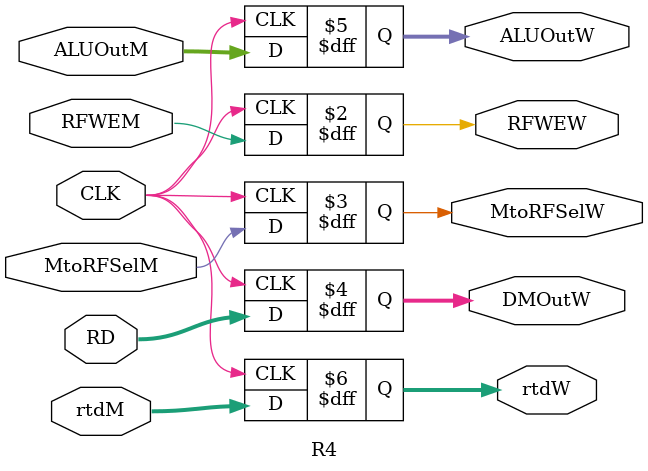
<source format=v>
`timescale 1ns / 1ps
`timescale 1ns / 1ps


module R4(
input CLK,
RFWEM,
MtoRFSelM,
input [31:0] RD,
ALUOutM,
input [4:0] rtdM,
output reg RFWEW,
MtoRFSelW,
output reg [31:0] DMOutW, 
output reg [31:0] ALUOutW,
output reg [4:0] rtdW   
);

always @(posedge CLK) begin
RFWEW <= RFWEM;
MtoRFSelW <= MtoRFSelM;
DMOutW <= RD;
ALUOutW <= ALUOutM;
rtdW <= rtdM;
end

endmodule

</source>
